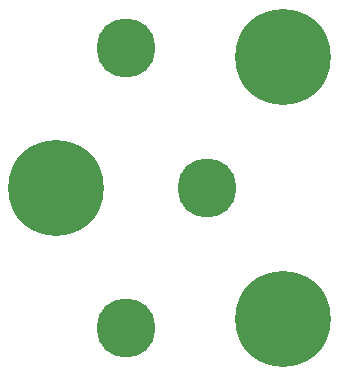
<source format=gbr>
G04 Layer_Color=255*
%FSLAX25Y25*%
%MOIN*%
%TF.FileFunction,Pads,Top*%
%TF.Part,Single*%
G01*
G75*
%TA.AperFunction,ConnectorPad*%
%ADD10C,0.31890*%
%TA.AperFunction,ConnectorPad*%
%ADD11C,0.19685*%
D10*
X418947Y437428D02*
D03*
X343209Y393701D02*
D03*
X418947Y349973D02*
D03*
D11*
X366683Y440497D02*
D03*
X366683Y346905D02*
D03*
X393701Y393701D02*
D03*
%TF.MD5,A7A4FD7E8E761056914A8168063F7958*%
M02*

</source>
